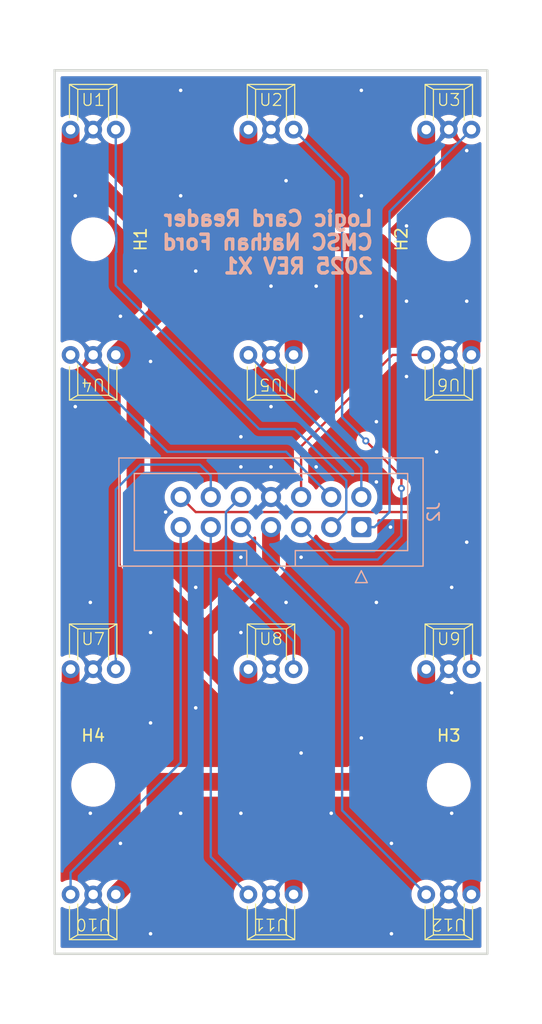
<source format=kicad_pcb>
(kicad_pcb (version 20241229) (generator "pcbnew") (generator_version "9.0")
  (layers (0 "F.Cu" signal) (2 "B.Cu" signal) (13 "F.Paste" user) (15 "B.Paste" user) (5 "F.SilkS" user "F.Silkscreen") (7 "B.SilkS" user "B.Silkscreen") (1 "F.Mask" user) (3 "B.Mask" user) (25 "Edge.Cuts" user))
  (net 0 "")
  (net 1 "VCC")
  (net 2 "GND")
  (net 3 "Net-(J2-Pin_11)")
  (net 4 "Net-(J2-Pin_3)")
  (net 5 "Net-(J2-Pin_6)")
  (net 6 "Net-(J2-Pin_5)")
  (net 7 "Net-(J2-Pin_10)")
  (net 8 "Net-(J2-Pin_12)")
  (net 9 "Net-(J2-Pin_2)")
  (net 10 "Net-(J2-Pin_1)")
  (net 11 "Net-(J2-Pin_14)")
  (net 12 "Net-(J2-Pin_9)")
  (net 13 "Net-(J2-Pin_13)")
  (net 14 "Net-(J2-Pin_4)")
  (footprint "Logic Board Footprints:Linear Hall Effect Sensor SS49E" (layer "F.Cu") (at 123 102.25 180)
    (property "Reference" "U10" (at 0 -2.54 180) (layer "F.SilkS") (effects (font (thickness 0.1))))
    (property "Value" "~")
    (fp_line (start 2 -1) (end 2 -3.81) (stroke (width 0.1)) (layer "F.SilkS"))
    (fp_line (start 2 -3.81) (end 1.3 -3.4) (stroke (width 0.1)) (layer "F.SilkS"))
    (fp_line (start 2 -3.81) (end -2 -3.81) (stroke (width 0.1)) (layer "F.SilkS"))
    (fp_line (start 1.3 -3.4) (end 1.3 -0.8) (stroke (width 0.1)) (layer "F.SilkS"))
    (fp_line (start -1.3 -3.4) (end 1.3 -3.4) (stroke (width 0.1)) (layer "F.SilkS"))
    (fp_line (start -1.3 -3.4) (end -1.3 -0.8) (stroke (width 0.1)) (layer "F.SilkS"))
    (fp_line (start -1.3 -3.4) (end -2 -3.8) (stroke (width 0.1)) (layer "F.SilkS"))
    (fp_line (start -2 -3.8) (end -2 -1) (stroke (width 0.1)) (layer "F.SilkS"))
    (pad "1" thru_hole circle (at -1.905 0 180) (size 1.5 1.5) (drill 0.8) (layers "*.Cu" "*.Mask") (net 1 "VCC"))
    (pad "2" thru_hole circle (at 0 0 180) (size 1.5 1.5) (drill 0.8) (layers "*.Cu" "*.Mask") (net 2 "GND"))
    (pad "3" thru_hole circle (at 1.905 0 180) (size 1.5 1.5) (drill 0.8) (layers "*.Cu" "*.Mask") (net 13 "Net-(J2-Pin_13)"))
  )
  (footprint "Logic Board Footprints:Linear Hall Effect Sensor SS49E" (layer "F.Cu") (at 153 37.75)
    (property "Reference" "U3" (at 0 -2.5 0) (layer "F.SilkS") (effects (font (thickness 0.1))))
    (property "Value" "~")
    (fp_line (start -2 -3.8) (end -2 -1) (stroke (width 0.1)) (layer "F.SilkS"))
    (fp_line (start -1.3 -3.4) (end -2 -3.8) (stroke (width 0.1)) (layer "F.SilkS"))
    (fp_line (start -1.3 -3.4) (end -1.3 -0.8) (stroke (width 0.1)) (layer "F.SilkS"))
    (fp_line (start -1.3 -3.4) (end 1.3 -3.4) (stroke (width 0.1)) (layer "F.SilkS"))
    (fp_line (start 1.3 -3.4) (end 1.3 -0.8) (stroke (width 0.1)) (layer "F.SilkS"))
    (fp_line (start 2 -3.81) (end -2 -3.81) (stroke (width 0.1)) (layer "F.SilkS"))
    (fp_line (start 2 -3.81) (end 1.3 -3.4) (stroke (width 0.1)) (layer "F.SilkS"))
    (fp_line (start 2 -1) (end 2 -3.81) (stroke (width 0.1)) (layer "F.SilkS"))
    (pad "1" thru_hole circle (at -1.905 0) (size 1.5 1.5) (drill 0.8) (layers "*.Cu" "*.Mask") (net 1 "VCC"))
    (pad "2" thru_hole circle (at 0 0) (size 1.5 1.5) (drill 0.8) (layers "*.Cu" "*.Mask") (net 2 "GND"))
    (pad "3" thru_hole circle (at 1.905 0) (size 1.5 1.5) (drill 0.8) (layers "*.Cu" "*.Mask") (net 10 "Net-(J2-Pin_1)"))
  )
  (footprint "Logic Board Footprints:Linear Hall Effect Sensor SS49E" (layer "F.Cu") (at 123 56.75 180)
    (property "Reference" "U4" (at 0 -2.5 180) (layer "F.SilkS") (effects (font (thickness 0.1))))
    (property "Value" "~")
    (fp_line (start 2 -1) (end 2 -3.81) (stroke (width 0.1)) (layer "F.SilkS"))
    (fp_line (start 2 -3.81) (end 1.3 -3.4) (stroke (width 0.1)) (layer "F.SilkS"))
    (fp_line (start 2 -3.81) (end -2 -3.81) (stroke (width 0.1)) (layer "F.SilkS"))
    (fp_line (start 1.3 -3.4) (end 1.3 -0.8) (stroke (width 0.1)) (layer "F.SilkS"))
    (fp_line (start -1.3 -3.4) (end 1.3 -3.4) (stroke (width 0.1)) (layer "F.SilkS"))
    (fp_line (start -1.3 -3.4) (end -1.3 -0.8) (stroke (width 0.1)) (layer "F.SilkS"))
    (fp_line (start -1.3 -3.4) (end -2 -3.8) (stroke (width 0.1)) (layer "F.SilkS"))
    (fp_line (start -2 -3.8) (end -2 -1) (stroke (width 0.1)) (layer "F.SilkS"))
    (pad "1" thru_hole circle (at -1.905 0 180) (size 1.5 1.5) (drill 0.8) (layers "*.Cu" "*.Mask") (net 1 "VCC"))
    (pad "2" thru_hole circle (at 0 0 180) (size 1.5 1.5) (drill 0.8) (layers "*.Cu" "*.Mask") (net 2 "GND"))
    (pad "3" thru_hole circle (at 1.905 0 180) (size 1.5 1.5) (drill 0.8) (layers "*.Cu" "*.Mask") (net 14 "Net-(J2-Pin_4)"))
  )
  (footprint "Logic Board Footprints:Linear Hall Effect Sensor SS49E" (layer "F.Cu") (at 123 37.75)
    (property "Reference" "U1" (at 0 -2.5 0) (layer "F.SilkS") (effects (font (thickness 0.1))))
    (property "Value" "~")
    (fp_line (start -2 -3.8) (end -2 -1) (stroke (width 0.1)) (layer "F.SilkS"))
    (fp_line (start -1.3 -3.4) (end -2 -3.8) (stroke (width 0.1)) (layer "F.SilkS"))
    (fp_line (start -1.3 -3.4) (end -1.3 -0.8) (stroke (width 0.1)) (layer "F.SilkS"))
    (fp_line (start -1.3 -3.4) (end 1.3 -3.4) (stroke (width 0.1)) (layer "F.SilkS"))
    (fp_line (start 1.3 -3.4) (end 1.3 -0.8) (stroke (width 0.1)) (layer "F.SilkS"))
    (fp_line (start 2 -3.81) (end -2 -3.81) (stroke (width 0.1)) (layer "F.SilkS"))
    (fp_line (start 2 -3.81) (end 1.3 -3.4) (stroke (width 0.1)) (layer "F.SilkS"))
    (fp_line (start 2 -1) (end 2 -3.81) (stroke (width 0.1)) (layer "F.SilkS"))
    (pad "1" thru_hole circle (at -1.905 0) (size 1.5 1.5) (drill 0.8) (layers "*.Cu" "*.Mask") (net 1 "VCC"))
    (pad "2" thru_hole circle (at 0 0) (size 1.5 1.5) (drill 0.8) (layers "*.Cu" "*.Mask") (net 2 "GND"))
    (pad "3" thru_hole circle (at 1.905 0) (size 1.5 1.5) (drill 0.8) (layers "*.Cu" "*.Mask") (net 4 "Net-(J2-Pin_3)"))
  )
  (footprint "Logic Board Footprints:Linear Hall Effect Sensor SS49E" (layer "F.Cu") (at 153 83.25)
    (property "Reference" "U9" (at 0 -2.54 0) (layer "F.SilkS") (effects (font (thickness 0.1))))
    (property "Value" "~")
    (fp_line (start -2 -3.8) (end -2 -1) (stroke (width 0.1)) (layer "F.SilkS"))
    (fp_line (start -1.3 -3.4) (end -2 -3.8) (stroke (width 0.1)) (layer "F.SilkS"))
    (fp_line (start -1.3 -3.4) (end -1.3 -0.8) (stroke (width 0.1)) (layer "F.SilkS"))
    (fp_line (start -1.3 -3.4) (end 1.3 -3.4) (stroke (width 0.1)) (layer "F.SilkS"))
    (fp_line (start 1.3 -3.4) (end 1.3 -0.8) (stroke (width 0.1)) (layer "F.SilkS"))
    (fp_line (start 2 -3.81) (end -2 -3.81) (stroke (width 0.1)) (layer "F.SilkS"))
    (fp_line (start 2 -3.81) (end 1.3 -3.4) (stroke (width 0.1)) (layer "F.SilkS"))
    (fp_line (start 2 -1) (end 2 -3.81) (stroke (width 0.1)) (layer "F.SilkS"))
    (pad "1" thru_hole circle (at -1.905 0) (size 1.5 1.5) (drill 0.8) (layers "*.Cu" "*.Mask") (net 1 "VCC"))
    (pad "2" thru_hole circle (at 0 0) (size 1.5 1.5) (drill 0.8) (layers "*.Cu" "*.Mask") (net 2 "GND"))
    (pad "3" thru_hole circle (at 1.905 0) (size 1.5 1.5) (drill 0.8) (layers "*.Cu" "*.Mask") (net 11 "Net-(J2-Pin_14)"))
  )
  (footprint "Logic Board Footprints:Linear Hall Effect Sensor SS49E" (layer "F.Cu") (at 138 102.25 180)
    (property "Reference" "U11" (at 0 -2.54 180) (layer "F.SilkS") (effects (font (thickness 0.1))))
    (property "Value" "~")
    (fp_line (start 2 -1) (end 2 -3.81) (stroke (width 0.1)) (layer "F.SilkS"))
    (fp_line (start 2 -3.81) (end 1.3 -3.4) (stroke (width 0.1)) (layer "F.SilkS"))
    (fp_line (start 2 -3.81) (end -2 -3.81) (stroke (width 0.1)) (layer "F.SilkS"))
    (fp_line (start 1.3 -3.4) (end 1.3 -0.8) (stroke (width 0.1)) (layer "F.SilkS"))
    (fp_line (start -1.3 -3.4) (end 1.3 -3.4) (stroke (width 0.1)) (layer "F.SilkS"))
    (fp_line (start -1.3 -3.4) (end -1.3 -0.8) (stroke (width 0.1)) (layer "F.SilkS"))
    (fp_line (start -1.3 -3.4) (end -2 -3.8) (stroke (width 0.1)) (layer "F.SilkS"))
    (fp_line (start -2 -3.8) (end -2 -1) (stroke (width 0.1)) (layer "F.SilkS"))
    (pad "1" thru_hole circle (at -1.905 0 180) (size 1.5 1.5) (drill 0.8) (layers "*.Cu" "*.Mask") (net 1 "VCC"))
    (pad "2" thru_hole circle (at 0 0 180) (size 1.5 1.5) (drill 0.8) (layers "*.Cu" "*.Mask") (net 2 "GND"))
    (pad "3" thru_hole circle (at 1.905 0 180) (size 1.5 1.5) (drill 0.8) (layers "*.Cu" "*.Mask") (net 3 "Net-(J2-Pin_11)"))
  )
  (footprint "Logic Board Footprints:Linear Hall Effect Sensor SS49E" (layer "F.Cu") (at 153 56.75 180)
    (property "Reference" "U6" (at 0 -2.5 180) (layer "F.SilkS") (effects (font (thickness 0.1))))
    (property "Value" "~")
    (fp_line (start 2 -1) (end 2 -3.81) (stroke (width 0.1)) (layer "F.SilkS"))
    (fp_line (start 2 -3.81) (end 1.3 -3.4) (stroke (width 0.1)) (layer "F.SilkS"))
    (fp_line (start 2 -3.81) (end -2 -3.81) (stroke (width 0.1)) (layer "F.SilkS"))
    (fp_line (start 1.3 -3.4) (end 1.3 -0.8) (stroke (width 0.1)) (layer "F.SilkS"))
    (fp_line (start -1.3 -3.4) (end 1.3 -3.4) (stroke (width 0.1)) (layer "F.SilkS"))
    (fp_line (start -1.3 -3.4) (end -1.3 -0.8) (stroke (width 0.1)) (layer "F.SilkS"))
    (fp_line (start -1.3 -3.4) (end -2 -3.8) (stroke (width 0.1)) (layer "F.SilkS"))
    (fp_line (start -2 -3.8) (end -2 -1) (stroke (width 0.1)) (layer "F.SilkS"))
    (pad "1" thru_hole circle (at -1.905 0 180) (size 1.5 1.5) (drill 0.8) (layers "*.Cu" "*.Mask") (net 1 "VCC"))
    (pad "2" thru_hole circle (at 0 0 180) (size 1.5 1.5) (drill 0.8) (layers "*.Cu" "*.Mask") (net 2 "GND"))
    (pad "3" thru_hole circle (at 1.905 0 180) (size 1.5 1.5) (drill 0.8) (layers "*.Cu" "*.Mask") (net 5 "Net-(J2-Pin_6)"))
  )
  (footprint "Logic Board Footprints:Linear Hall Effect Sensor SS49E" (layer "F.Cu") (at 138 56.75 180)
    (property "Reference" "U5" (at 0 -2.5 180) (layer "F.SilkS") (effects (font (thickness 0.1))))
    (property "Value" "~")
    (fp_line (start 2 -1) (end 2 -3.81) (stroke (width 0.1)) (layer "F.SilkS"))
    (fp_line (start 2 -3.81) (end 1.3 -3.4) (stroke (width 0.1)) (layer "F.SilkS"))
    (fp_line (start 2 -3.81) (end -2 -3.81) (stroke (width 0.1)) (layer "F.SilkS"))
    (fp_line (start 1.3 -3.4) (end 1.3 -0.8) (stroke (width 0.1)) (layer "F.SilkS"))
    (fp_line (start -1.3 -3.4) (end 1.3 -3.4) (stroke (width 0.1)) (layer "F.SilkS"))
    (fp_line (start -1.3 -3.4) (end -1.3 -0.8) (stroke (width 0.1)) (layer "F.SilkS"))
    (fp_line (start -1.3 -3.4) (end -2 -3.8) (stroke (width 0.1)) (layer "F.SilkS"))
    (fp_line (start -2 -3.8) (end -2 -1) (stroke (width 0.1)) (layer "F.SilkS"))
    (pad "1" thru_hole circle (at -1.905 0 180) (size 1.5 1.5) (drill 0.8) (layers "*.Cu" "*.Mask") (net 1 "VCC"))
    (pad "2" thru_hole circle (at 0 0 180) (size 1.5 1.5) (drill 0.8) (layers "*.Cu" "*.Mask") (net 2 "GND"))
    (pad "3" thru_hole circle (at 1.905 0 180) (size 1.5 1.5) (drill 0.8) (layers "*.Cu" "*.Mask") (net 9 "Net-(J2-Pin_2)"))
  )
  (footprint "MountingHole:MountingHole_3.2mm_M3" (layer "F.Cu") (at 123 93)
    (property "Reference" "H4" (at 0 -4.15 0) (layer "F.SilkS"))
    (property "Value" "MountingHole")
    (pad "" np_thru_hole circle (at 0 0) (size 3.2 3.2) (drill 3.2) (layers "*.Cu" "*.Mask"))
  )
  (footprint "Logic Board Footprints:Linear Hall Effect Sensor SS49E" (layer "F.Cu") (at 138 37.75)
    (property "Reference" "U2" (at 0 -2.5 0) (layer "F.SilkS") (effects (font (thickness 0.1))))
    (property "Value" "~")
    (fp_line (start -2 -3.8) (end -2 -1) (stroke (width 0.1)) (layer "F.SilkS"))
    (fp_line (start -1.3 -3.4) (end -2 -3.8) (stroke (width 0.1)) (layer "F.SilkS"))
    (fp_line (start -1.3 -3.4) (end -1.3 -0.8) (stroke (width 0.1)) (layer "F.SilkS"))
    (fp_line (start -1.3 -3.4) (end 1.3 -3.4) (stroke (width 0.1)) (layer "F.SilkS"))
    (fp_line (start 1.3 -3.4) (end 1.3 -0.8) (stroke (width 0.1)) (layer "F.SilkS"))
    (fp_line (start 2 -3.81) (end -2 -3.81) (stroke (width 0.1)) (layer "F.SilkS"))
    (fp_line (start 2 -3.81) (end 1.3 -3.4) (stroke (width 0.1)) (layer "F.SilkS"))
    (fp_line (start 2 -1) (end 2 -3.81) (stroke (width 0.1)) (layer "F.SilkS"))
    (pad "1" thru_hole circle (at -1.905 0) (size 1.5 1.5) (drill 0.8) (layers "*.Cu" "*.Mask") (net 1 "VCC"))
    (pad "2" thru_hole circle (at 0 0) (size 1.5 1.5) (drill 0.8) (layers "*.Cu" "*.Mask") (net 2 "GND"))
    (pad "3" thru_hole circle (at 1.905 0) (size 1.5 1.5) (drill 0.8) (layers "*.Cu" "*.Mask") (net 6 "Net-(J2-Pin_5)"))
  )
  (footprint "Logic Board Footprints:Linear Hall Effect Sensor SS49E" (layer "F.Cu") (at 138 83.25)
    (property "Reference" "U8" (at 0 -2.54 0) (layer "F.SilkS") (effects (font (thickness 0.1))))
    (property "Value" "~")
    (fp_line (start -2 -3.8) (end -2 -1) (stroke (width 0.1)) (layer "F.SilkS"))
    (fp_line (start -1.3 -3.4) (end -2 -3.8) (stroke (width 0.1)) (layer "F.SilkS"))
    (fp_line (start -1.3 -3.4) (end -1.3 -0.8) (stroke (width 0.1)) (layer "F.SilkS"))
    (fp_line (start -1.3 -3.4) (end 1.3 -3.4) (stroke (width 0.1)) (layer "F.SilkS"))
    (fp_line (start 1.3 -3.4) (end 1.3 -0.8) (stroke (width 0.1)) (layer "F.SilkS"))
    (fp_line (start 2 -3.81) (end -2 -3.81) (stroke (width 0.1)) (layer "F.SilkS"))
    (fp_line (start 2 -3.81) (end 1.3 -3.4) (stroke (width 0.1)) (layer "F.SilkS"))
    (fp_line (start 2 -1) (end 2 -3.81) (stroke (width 0.1)) (layer "F.SilkS"))
    (pad "1" thru_hole circle (at -1.905 0) (size 1.5 1.5) (drill 0.8) (layers "*.Cu" "*.Mask") (net 1 "VCC"))
    (pad "2" thru_hole circle (at 0 0) (size 1.5 1.5) (drill 0.8) (layers "*.Cu" "*.Mask") (net 2 "GND"))
    (pad "3" thru_hole circle (at 1.905 0) (size 1.5 1.5) (drill 0.8) (layers "*.Cu" "*.Mask") (net 7 "Net-(J2-Pin_10)"))
  )
  (footprint "MountingHole:MountingHole_3.2mm_M3" (layer "F.Cu") (at 153 93)
    (property "Reference" "H3" (at 0 -4.15 0) (layer "F.SilkS"))
    (property "Value" "MountingHole")
    (pad "" np_thru_hole circle (at 0 0) (size 3.2 3.2) (drill 3.2) (layers "*.Cu" "*.Mask"))
  )
  (footprint "MountingHole:MountingHole_3.2mm_M3" (layer "F.Cu") (at 123 47)
    (property "Reference" "H1" (at 4 0 90) (layer "F.SilkS"))
    (property "Value" "MountingHole")
    (pad "" np_thru_hole circle (at 0 0) (size 3.2 3.2) (drill 3.2) (layers "*.Cu" "*.Mask"))
  )
  (footprint "MountingHole:MountingHole_3.2mm_M3" (layer "F.Cu") (at 153 47)
    (property "Reference" "H2" (at -4 0 90) (layer "F.SilkS"))
    (property "Value" "MountingHole")
    (pad "" np_thru_hole circle (at 0 0) (size 3.2 3.2) (drill 3.2) (layers "*.Cu" "*.Mask"))
  )
  (footprint "Logic Board Footprints:Linear Hall Effect Sensor SS49E" (layer "F.Cu") (at 123 83.25)
    (property "Reference" "U7" (at 0 -2.54 0) (layer "F.SilkS") (effects (font (thickness 0.1))))
    (property "Value" "~")
    (fp_line (start -2 -3.8) (end -2 -1) (stroke (width 0.1)) (layer "F.SilkS"))
    (fp_line (start -1.3 -3.4) (end -2 -3.8) (stroke (width 0.1)) (layer "F.SilkS"))
    (fp_line (start -1.3 -3.4) (end -1.3 -0.8) (stroke (width 0.1)) (layer "F.SilkS"))
    (fp_line (start -1.3 -3.4) (end 1.3 -3.4) (stroke (width 0.1)) (layer "F.SilkS"))
    (fp_line (start 1.3 -3.4) (end 1.3 -0.8) (stroke (width 0.1)) (layer "F.SilkS"))
    (fp_line (start 2 -3.81) (end -2 -3.81) (stroke (width 0.1)) (layer "F.SilkS"))
    (fp_line (start 2 -3.81) (end 1.3 -3.4) (stroke (width 0.1)) (layer "F.SilkS"))
    (fp_line (start 2 -1) (end 2 -3.81) (stroke (width 0.1)) (layer "F.SilkS"))
    (pad "1" thru_hole circle (at -1.905 0) (size 1.5 1.5) (drill 0.8) (layers "*.Cu" "*.Mask") (net 1 "VCC"))
    (pad "2" thru_hole circle (at 0 0) (size 1.5 1.5) (drill 0.8) (layers "*.Cu" "*.Mask") (net 2 "GND"))
    (pad "3" thru_hole circle (at 1.905 0) (size 1.5 1.5) (drill 0.8) (layers "*.Cu" "*.Mask") (net 8 "Net-(J2-Pin_12)"))
  )
  (footprint "Logic Board Footprints:Linear Hall Effect Sensor SS49E" (layer "F.Cu") (at 153 102.25 180)
    (property "Reference" "U12" (at 0 -2.54 180) (layer "F.SilkS") (effects (font (thickness 0.1))))
    (property "Value" "~")
    (fp_line (start 2 -1) (end 2 -3.81) (stroke (width 0.1)) (layer "F.SilkS"))
    (fp_line (start 2 -3.81) (end 1.3 -3.4) (stroke (width 0.1)) (layer "F.SilkS"))
    (fp_line (start 2 -3.81) (end -2 -3.81) (stroke (width 0.1)) (layer "F.SilkS"))
    (fp_line (start 1.3 -3.4) (end 1.3 -0.8) (stroke (width 0.1)) (layer "F.SilkS"))
    (fp_line (start -1.3 -3.4) (end 1.3 -3.4) (stroke (width 0.1)) (layer "F.SilkS"))
    (fp_line (start -1.3 -3.4) (end -1.3 -0.8) (stroke (width 0.1)) (layer "F.SilkS"))
    (fp_line (start -1.3 -3.4) (end -2 -3.8) (stroke (width 0.1)) (layer "F.SilkS"))
    (fp_line (start -2 -3.8) (end -2 -1) (stroke (width 0.1)) (layer "F.SilkS"))
    (pad "1" thru_hole circle (at -1.905 0 180) (size 1.5 1.5) (drill 0.8) (layers "*.Cu" "*.Mask") (net 1 "VCC"))
    (pad "2" thru_hole circle (at 0 0 180) (size 1.5 1.5) (drill 0.8) (layers "*.Cu" "*.Mask") (net 2 "GND"))
    (pad "3" thru_hole circle (at 1.905 0 180) (size 1.5 1.5) (drill 0.8) (layers "*.Cu" "*.Mask") (net 12 "Net-(J2-Pin_9)"))
  )
  (footprint "Connector_IDC:IDC-Header_2x07_P2.54mm_Vertical" (layer "B.Cu") (at 145.62 71.27 90)
    (property "Reference" "J2" (at 1.27 6.1 90) (layer "B.SilkS") (effects (justify mirror)))
    (property "Value" "Conn_02x07_Odd_Even")
    (fp_line (start 5.83 -20.45) (end -3.29 -20.45) (stroke (width 0.12)) (layer "B.SilkS"))
    (fp_line (start -3.29 -20.45) (end -3.29 5.21) (stroke (width 0.12)) (layer "B.SilkS"))
    (fp_line (start 4.52 -19.15) (end -1.98 -19.15) (stroke (width 0.12)) (layer "B.SilkS"))
    (fp_line (start -1.98 -19.15) (end -1.98 -9.67) (stroke (width 0.12)) (layer "B.SilkS"))
    (fp_line (start -1.98 -9.67) (end -1.98 -9.67) (stroke (width 0.12)) (layer "B.SilkS"))
    (fp_line (start -1.98 -9.67) (end -3.29 -9.67) (stroke (width 0.12)) (layer "B.SilkS"))
    (fp_line (start -1.98 -5.57) (end -1.98 3.91) (stroke (width 0.12)) (layer "B.SilkS"))
    (fp_line (start -3.29 -5.57) (end -1.98 -5.57) (stroke (width 0.12)) (layer "B.SilkS"))
    (fp_line (start -4.68 -0.5) (end -3.68 0) (stroke (width 0.12)) (layer "B.SilkS"))
    (fp_line (start -3.68 0) (end -4.68 0.5) (stroke (width 0.12)) (layer "B.SilkS"))
    (fp_line (start -4.68 0.5) (end -4.68 -0.5) (stroke (width 0.12)) (layer "B.SilkS"))
    (fp_line (start 4.52 3.91) (end 4.52 -19.15) (stroke (width 0.12)) (layer "B.SilkS"))
    (fp_line (start -1.98 3.91) (end 4.52 3.91) (stroke (width 0.12)) (layer "B.SilkS"))
    (fp_line (start 5.83 5.21) (end 5.83 -20.45) (stroke (width 0.12)) (layer "B.SilkS"))
    (fp_line (start -3.29 5.21) (end 5.83 5.21) (stroke (width 0.12)) (layer "B.SilkS"))
    (pad "1" thru_hole roundrect (at 0 0 90) (size 1.7 1.7) (drill 1) (layers "*.Cu" "*.Mask") (roundrect_rratio 0.147059) (net 10 "Net-(J2-Pin_1)"))
    (pad "2" thru_hole circle (at 2.54 0 90) (size 1.7 1.7) (drill 1) (layers "*.Cu" "*.Mask") (net 9 "Net-(J2-Pin_2)"))
    (pad "3" thru_hole circle (at 0 -2.54 90) (size 1.7 1.7) (drill 1) (layers "*.Cu" "*.Mask") (net 4 "Net-(J2-Pin_3)"))
    (pad "4" thru_hole circle (at 2.54 -2.54 90) (size 1.7 1.7) (drill 1) (layers "*.Cu" "*.Mask") (net 14 "Net-(J2-Pin_4)"))
    (pad "5" thru_hole circle (at 0 -5.08 90) (size 1.7 1.7) (drill 1) (layers "*.Cu" "*.Mask") (net 6 "Net-(J2-Pin_5)"))
    (pad "6" thru_hole circle (at 2.54 -5.08 90) (size 1.7 1.7) (drill 1) (layers "*.Cu" "*.Mask") (net 5 "Net-(J2-Pin_6)"))
    (pad "7" thru_hole circle (at 0 -7.62 90) (size 1.7 1.7) (drill 1) (layers "*.Cu" "*.Mask") (net 1 "VCC"))
    (pad "8" thru_hole circle (at 2.54 -7.62 90) (size 1.7 1.7) (drill 1) (layers "*.Cu" "*.Mask") (net 2 "GND"))
    (pad "9" thru_hole circle (at 0 -10.16 90) (size 1.7 1.7) (drill 1) (layers "*.Cu" "*.Mask") (net 12 "Net-(J2-Pin_9)"))
    (pad "10" thru_hole circle (at 2.54 -10.16 90) (size 1.7 1.7) (drill 1) (layers "*.Cu" "*.Mask") (net 7 "Net-(J2-Pin_10)"))
    (pad "11" thru_hole circle (at 0 -12.7 90) (size 1.7 1.7) (drill 1) (layers "*.Cu" "*.Mask") (net 3 "Net-(J2-Pin_11)"))
    (pad "12" thru_hole circle (at 2.54 -12.7 90) (size 1.7 1.7) (drill 1) (layers "*.Cu" "*.Mask") (net 8 "Net-(J2-Pin_12)"))
    (pad "13" thru_hole circle (at 0 -15.24 90) (size 1.7 1.7) (drill 1) (layers "*.Cu" "*.Mask") (net 13 "Net-(J2-Pin_13)"))
    (pad "14" thru_hole circle (at 2.54 -15.24 90) (size 1.7 1.7) (drill 1) (layers "*.Cu" "*.Mask") (net 11 "Net-(J2-Pin_14)"))
  )
  (gr_rect (start 119.75 32.75) (end 156.25 107.25) (stroke (width 0.2)) (fill no) (layer "Edge.Cuts"))
  (gr_text "Logic Card Reader\nCMSC Nathan Ford\n2025 REV X1" (at 146.75 50 0) (layer "B.SilkS") (effects (font (size 1.25 1.25) (thickness 0.3) (bold yes)) (justify left bottom mirror)))
  (segment (start 128.375 47.25) (end 136.375 47.25) (width 1.5) (layer "F.Cu") (net 1))
  (segment (start 136.25 92.75) (end 139.75 92.75) (width 1.5) (layer "F.Cu") (net 1))
  (segment (start 136.095 37.875) (end 136.095 46.97) (width 1.5) (layer "F.Cu") (net 1))
  (segment (start 147.125 47.25) (end 145.125 47.25) (width 1.5) (layer "F.Cu") (net 1))
  (segment (start 128.375 53.28) (end 128.375 47.25) (width 1.5) (layer "F.Cu") (net 1))
  (segment (start 136.095 92.595) (end 136.25 92.75) (width 1.5) (layer "F.Cu") (net 1))
  (segment (start 121.095 85.595) (end 128.25 92.75) (width 1.5) (layer "F.Cu") (net 1))
  (segment (start 154.905 100.655) (end 147 92.75) (width 1.5) (layer "F.Cu") (net 1))
  (segment (start 136.375 47.25) (end 139.875 47.25) (width 1.5) (layer "F.Cu") (net 1))
  (segment (start 139.75 92.75) (end 145 92.75) (width 1.5) (layer "F.Cu") (net 1))
  (segment (start 136.095 46.97) (end 136.375 47.25) (width 1.5) (layer "F.Cu") (net 1))
  (segment (start 132.4 80) (end 138 74.4) (width 1.5) (layer "F.Cu") (net 1))
  (segment (start 147 92.75) (end 145 92.75) (width 1.5) (layer "F.Cu") (net 1))
  (segment (start 121.095 37.875) (end 121.095 39.97) (width 1.5) (layer "F.Cu") (net 1))
  (segment (start 145.125 47.25) (end 151.095 41.28) (width 1.5) (layer "F.Cu") (net 1))
  (segment (start 138 74.4) (end 138 71.27) (width 1.5) (layer "F.Cu") (net 1))
  (segment (start 139.875 47.25) (end 145.125 47.25) (width 1.5) (layer "F.Cu") (net 1))
  (segment (start 154.905 56.75) (end 154.905 55.03) (width 1.5) (layer "F.Cu") (net 1))
  (segment (start 139.905 92.905) (end 139.75 92.75) (width 1.5) (layer "F.Cu") (net 1))
  (segment (start 128.25 92.75) (end 136.25 92.75) (width 1.5) (layer "F.Cu") (net 1))
  (segment (start 139.905 56.75) (end 139.905 47.28) (width 1.5) (layer "F.Cu") (net 1))
  (segment (start 124.905 102.25) (end 128.25 98.905) (width 1.5) (layer "F.Cu") (net 1))
  (segment (start 139.905 102.25) (end 139.905 92.905) (width 1.5) (layer "F.Cu") (net 1))
  (segment (start 124.905 56.75) (end 128.375 53.28) (width 1.5) (layer "F.Cu") (net 1))
  (segment (start 151.095 41.28) (end 151.095 37.875) (width 1.5) (layer "F.Cu") (net 1))
  (segment (start 136.095 86.095) (end 132.4 82.4) (width 1.5) (layer "F.Cu") (net 1))
  (segment (start 136.095 83.25) (end 136.095 86.6) (width 1.5) (layer "F.Cu") (net 1))
  (segment (start 126.57 74.17) (end 126.57 57.8575) (width 1.5) (layer "F.Cu") (net 1))
  (segment (start 136.095 86.6) (end 136.095 86.095) (width 1.5) (layer "F.Cu") (net 1))
  (segment (start 128.25 98.905) (end 128.25 92.75) (width 1.5) (layer "F.Cu") (net 1))
  (segment (start 126.57 57.8575) (end 125.4625 56.75) (width 1.5) (layer "F.Cu") (net 1))
  (segment (start 125.4625 56.75) (end 124.905 56.75) (width 1.5) (layer "F.Cu") (net 1))
  (segment (start 121.095 83.25) (end 121.095 85.595) (width 1.5) (layer "F.Cu") (net 1))
  (segment (start 154.905 55.03) (end 147.125 47.25) (width 1.5) (layer "F.Cu") (net 1))
  (segment (start 145 92.75) (end 151.095 86.655) (width 1.5) (layer "F.Cu") (net 1))
  (segment (start 136.095 86.6) (end 136.095 92.595) (width 1.5) (layer "F.Cu") (net 1))
  (segment (start 151.095 86.655) (end 151.095 83.25) (width 1.5) (layer "F.Cu") (net 1))
  (segment (start 132.4 82.4) (end 132.4 80) (width 1.5) (layer "F.Cu") (net 1))
  (segment (start 132.4 80) (end 126.57 74.17) (width 1.5) (layer "F.Cu") (net 1))
  (segment (start 139.905 47.28) (end 139.875 47.25) (width 1.5) (layer "F.Cu") (net 1))
  (segment (start 154.905 102.25) (end 154.905 100.655) (width 1.5) (layer "F.Cu") (net 1))
  (segment (start 121.095 39.97) (end 128.375 47.25) (width 1.5) (layer "F.Cu") (net 1))
  (via (at 125.3 53.49) (size 0.6) (drill 0.3) (layers "F.Cu" "B.Cu") (net 2))
  (via (at 140.54 73.81) (size 0.6) (drill 0.3) (layers "F.Cu" "B.Cu") (net 2))
  (via (at 149.43 52.22) (size 0.6) (drill 0.3) (layers "F.Cu" "B.Cu") (net 2))
  (via (at 139.27 42.06) (size 0.6) (drill 0.3) (layers "F.Cu" "B.Cu") (net 2))
  (via (at 138 61.11) (size 0.6) (drill 0.3) (layers "F.Cu" "B.Cu") (net 2))
  (via (at 127.84 105.56) (size 0.6) (drill 0.3) (layers "F.Cu" "B.Cu") (net 2))
  (via (at 131.65 86.51) (size 0.6) (drill 0.3) (layers "F.Cu" "B.Cu") (net 2))
  (via (at 129.11 70) (size 0.6) (drill 0.3) (layers "F.Cu" "B.Cu") (net 2))
  (via (at 135.46 80.16) (size 0.6) (drill 0.3) (layers "F.Cu" "B.Cu") (net 2))
  (via (at 146.89 77.62) (size 0.6) (drill 0.3) (layers "F.Cu" "B.Cu") (net 2))
  (via (at 138 50.95) (size 0.6) (drill 0.3) (layers "F.Cu" "B.Cu") (net 2))
  (via (at 127.84 80.16) (size 0.6) (drill 0.3) (layers "F.Cu" "B.Cu") (net 2))
  (via (at 149.43 58.57) (size 0.6) (drill 0.3) (layers "F.Cu" "B.Cu") (net 2))
  (via (at 145.62 34.44) (size 0.6) (drill 0.3) (layers "F.Cu" "B.Cu") (net 2))
  (via (at 130.38 95.4) (size 0.6) (drill 0.3) (layers "F.Cu" "B.Cu") (net 2))
  (via (at 141.81 50.95) (size 0.6) (drill 0.3) (layers "F.Cu" "B.Cu") (net 2))
  (via (at 122.76 77.62) (size 0.6) (drill 0.3) (layers "F.Cu" "B.Cu") (net 2))
  (via (at 140.54 90.32) (size 0.6) (drill 0.3) (layers "F.Cu" "B.Cu") (net 2))
  (via (at 121.49 61.11) (size 0.6) (drill 0.3) (layers "F.Cu" "B.Cu") (net 2))
  (via (at 122.76 95.4) (size 0.6) (drill 0.3) (layers "F.Cu" "B.Cu") (net 2))
  (via (at 141.81 66.19) (size 0.6) (drill 0.3) (layers "F.Cu" "B.Cu") (net 2))
  (via (at 135.46 95.4) (size 0.6) (drill 0.3) (layers "F.Cu" "B.Cu") (net 2))
  (via (at 153.24 76.35) (size 0.6) (drill 0.3) (layers "F.Cu" "B.Cu") (net 2))
  (via (at 125.3 97.94) (size 0.6) (drill 0.3) (layers "F.Cu" "B.Cu") (net 2))
  (via (at 131.65 76.35) (size 0.6) (drill 0.3) (layers "F.Cu" "B.Cu") (net 2))
  (via (at 146.89 67.46) (size 0.6) (drill 0.3) (layers "F.Cu" "B.Cu") (net 2))
  (via (at 135.46 66.19) (size 0.6) (drill 0.3) (layers "F.Cu" "B.Cu") (net 2))
  (via (at 148.08 71.27) (size 0.6) (drill 0.3) (layers "F.Cu" "B.Cu") (net 2))
  (via (at 145.62 43.33) (size 0.6) (drill 0.3) (layers "F.Cu" "B.Cu") (net 2))
  (via (at 126.57 49.68) (size 0.6) (drill 0.3) (layers "F.Cu" "B.Cu") (net 2))
  (via (at 146.89 62.38) (size 0.6) (drill 0.3) (layers "F.Cu" "B.Cu") (net 2))
  (via (at 154.51 39.52) (size 0.6) (drill 0.3) (layers "F.Cu" "B.Cu") (net 2))
  (via (at 130.38 34.44) (size 0.6) (drill 0.3) (layers "F.Cu" "B.Cu") (net 2))
  (via (at 148.16 97.94) (size 0.6) (drill 0.3) (layers "F.Cu" "B.Cu") (net 2))
  (via (at 153.24 85.24) (size 0.6) (drill 0.3) (layers "F.Cu" "B.Cu") (net 2))
  (via (at 139.27 77.62) (size 0.6) (drill 0.3) (layers "F.Cu" "B.Cu") (net 2))
  (via (at 131.65 49.68) (size 0.6) (drill 0.3) (layers "F.Cu" "B.Cu") (net 2))
  (via (at 149.43 45.87) (size 0.6) (drill 0.3) (layers "F.Cu" "B.Cu") (net 2))
  (via (at 145.62 89.05) (size 0.6) (drill 0.3) (layers "F.Cu" "B.Cu") (net 2))
  (via (at 127.84 57.3) (size 0.6) (drill 0.3) (layers "F.Cu" "B.Cu") (net 2))
  (via (at 148.16 105.56) (size 0.6) (drill 0.3) (layers "F.Cu" "B.Cu") (net 2))
  (via (at 154.51 72.54) (size 0.6) (drill 0.3) (layers "F.Cu" "B.Cu") (net 2))
  (via (at 130.38 43.33) (size 0.6) (drill 0.3) (layers "F.Cu" "B.Cu") (net 2))
  (via (at 138 66.19) (size 0.6) (drill 0.3) (layers "F.Cu" "B.Cu") (net 2))
  (via (at 135.46 63.65) (size 0.6) (drill 0.3) (layers "F.Cu" "B.Cu") (net 2))
  (via (at 141.81 59.84) (size 0.6) (drill 0.3) (layers "F.Cu" "B.Cu") (net 2))
  (via (at 135.46 73.81) (size 0.6) (drill 0.3) (layers "F.Cu" "B.Cu") (net 2))
  (via (at 121.49 43.33) (size 0.6) (drill 0.3) (layers "F.Cu" "B.Cu") (net 2))
  (via (at 145.62 53.49) (size 0.6) (drill 0.3) (layers "F.Cu" "B.Cu") (net 2))
  (via (at 143.08 95.4) (size 0.6) (drill 0.3) (layers "F.Cu" "B.Cu") (net 2))
  (via (at 151.97 64.92) (size 0.6) (drill 0.3) (layers "F.Cu" "B.Cu") (net 2))
  (via (at 153.24 95.4) (size 0.6) (drill 0.3) (layers "F.Cu" "B.Cu") (net 2))
  (via (at 127.84 87.78) (size 0.6) (drill 0.3) (layers "F.Cu" "B.Cu") (net 2))
  (via (at 154.51 52.22) (size 0.6) (drill 0.3) (layers "F.Cu" "B.Cu") (net 2))
  (segment (start 135.845 102.25) (end 135.845 102) (width 0.2) (layer "B.Cu") (net 3))
  (segment (start 132.92 99.075) (end 132.92 71.27) (width 0.2) (layer "B.Cu") (net 3))
  (segment (start 135.845 102) (end 132.92 99.075) (width 0.2) (layer "B.Cu") (net 3))
  (segment (start 140 63) (end 137 63) (width 0.2) (layer "B.Cu") (net 4))
  (segment (start 124.905 50.905) (end 124.905 48.104131) (width 0.2) (layer "B.Cu") (net 4))
  (segment (start 144.35 70) (end 144.35 67.35) (width 0.2) (layer "B.Cu") (net 4))
  (segment (start 143.08 71.27) (end 144.35 70) (width 0.2) (layer "B.Cu") (net 4))
  (segment (start 124.951 46.441869) (end 124.905 46.395869) (width 0.2) (layer "B.Cu") (net 4))
  (segment (start 144.35 67.35) (end 140 63) (width 0.2) (layer "B.Cu") (net 4))
  (segment (start 137 63) (end 124.905 50.905) (width 0.2) (layer "B.Cu") (net 4))
  (segment (start 124.905 48.104131) (end 124.951 48.058131) (width 0.2) (layer "B.Cu") (net 4))
  (segment (start 124.905 46.395869) (end 124.905 37.75) (width 0.2) (layer "B.Cu") (net 4))
  (segment (start 124.951 48.058131) (end 124.951 46.441869) (width 0.2) (layer "B.Cu") (net 4))
  (segment (start 151.095 56.75) (end 148.25 56.75) (width 0.2) (layer "F.Cu") (net 5))
  (segment (start 148.25 56.75) (end 140.54 64.46) (width 0.2) (layer "F.Cu") (net 5))
  (segment (start 140.54 64.46) (end 140.54 68.73) (width 0.2) (layer "F.Cu") (net 5))
  (segment (start 146 64) (end 149 67) (width 0.2) (layer "F.Cu") (net 6))
  (segment (start 149 67) (end 149 68) (width 0.2) (layer "F.Cu") (net 6))
  (via (at 149 68) (size 0.6) (drill 0.3) (layers "F.Cu" "B.Cu") (net 6))
  (via (at 146 64) (size 0.6) (drill 0.3) (layers "F.Cu" "B.Cu") (net 6))
  (segment (start 139.905 37.75) (end 144 41.845) (width 0.2) (layer "B.Cu") (net 6))
  (segment (start 144 41.845) (end 144 62) (width 0.2) (layer "B.Cu") (net 6))
  (segment (start 143.27 74) (end 140.54 71.27) (width 0.2) (layer "B.Cu") (net 6))
  (segment (start 147 74) (end 143.27 74) (width 0.2) (layer "B.Cu") (net 6))
  (segment (start 149 72) (end 147 74) (width 0.2) (layer "B.Cu") (net 6))
  (segment (start 144 62) (end 146 64) (width 0.2) (layer "B.Cu") (net 6))
  (segment (start 149 68) (end 149 72) (width 0.2) (layer "B.Cu") (net 6))
  (segment (start 139.905 80.905) (end 134.2 75.2) (width 0.2) (layer "B.Cu") (net 7))
  (segment (start 134.2 69.99) (end 135.46 68.73) (width 0.2) (layer "B.Cu") (net 7))
  (segment (start 134.2 75.2) (end 134.2 69.99) (width 0.2) (layer "B.Cu") (net 7))
  (segment (start 139.905 83.25) (end 139.905 80.905) (width 0.2) (layer "B.Cu") (net 7))
  (segment (start 124.905 83.25) (end 124.905 68.095) (width 0.2) (layer "B.Cu") (net 8))
  (segment (start 132.92 66.92) (end 132.92 68.73) (width 0.2) (layer "B.Cu") (net 8))
  (segment (start 124.905 68.095) (end 127 66) (width 0.2) (layer "B.Cu") (net 8))
  (segment (start 132 66) (end 132.92 66.92) (width 0.2) (layer "B.Cu") (net 8))
  (segment (start 127 66) (end 132 66) (width 0.2) (layer "B.Cu") (net 8))
  (segment (start 136.095 56.75) (end 145.62 66.275) (width 0.2) (layer "B.Cu") (net 9))
  (segment (start 145.62 66.275) (end 145.62 68.73) (width 0.2) (layer "B.Cu") (net 9))
  (segment (start 148 70) (end 146.73 71.27) (width 0.2) (layer "B.Cu") (net 10))
  (segment (start 148 44.655) (end 148 70) (width 0.2) (layer "B.Cu") (net 10))
  (segment (start 154.905 37.75) (end 148 44.655) (width 0.2) (layer "B.Cu") (net 10))
  (segment (start 146.73 71.27) (end 145.62 71.27) (width 0.2) (layer "B.Cu") (net 10))
  (segment (start 154.905 83.25) (end 154.905 75.155) (width 0.2) (layer "F.Cu") (net 11))
  (segment (start 154.905 75.155) (end 149.75 70) (width 0.2) (layer "F.Cu") (net 11))
  (segment (start 149.75 70) (end 131.65 70) (width 0.2) (layer "F.Cu") (net 11))
  (segment (start 131.65 70) (end 130.38 68.73) (width 0.2) (layer "F.Cu") (net 11))
  (segment (start 144 79.81) (end 135.46 71.27) (width 0.2) (layer "B.Cu") (net 12))
  (segment (start 151.095 102.25) (end 144 95.155) (width 0.2) (layer "B.Cu") (net 12))
  (segment (start 144 95.155) (end 144 79.81) (width 0.2) (layer "B.Cu") (net 12))
  (segment (start 151.335 102.25) (end 151.095 102.25) (width 0.2) (layer "B.Cu") (net 12))
  (segment (start 120.855 102.25) (end 121.095 102.01) (width 0.2) (layer "B.Cu") (net 13))
  (segment (start 130.38 91.12) (end 130.38 71.27) (width 0.2) (layer "B.Cu") (net 13))
  (segment (start 121.095 102.01) (end 121.095 100.405) (width 0.2) (layer "B.Cu") (net 13))
  (segment (start 121.095 100.405) (end 130.38 91.12) (width 0.2) (layer "B.Cu") (net 13))
  (segment (start 139.27 64.92) (end 143.08 68.73) (width 0.2) (layer "B.Cu") (net 14))
  (segment (start 121.095 56.75) (end 129.265 64.92) (width 0.2) (layer "B.Cu") (net 14))
  (segment (start 129.265 64.92) (end 139.27 64.92) (width 0.2) (layer "B.Cu") (net 14))
  (zone (net 2) (net_name "GND") (layers "F.Cu" "B.Cu") (connect_pads (clearance 0.5)) (min_thickness 0.25) (fill yes (thermal_gap 0.5) (thermal_bridge_width 0.5))
    (polygon (pts (xy 115.14 26.82) (xy 160.86 26.82) (xy 160.86 113.18) (xy 115.14 113.18)))
  )
)
</source>
